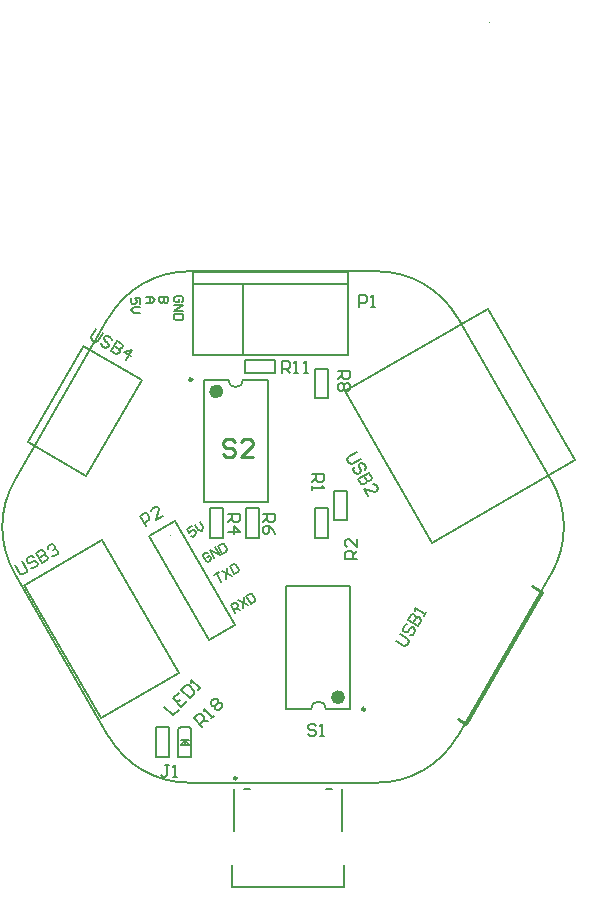
<source format=gto>
%FSLAX25Y25*%
%MOIN*%
G70*
G01*
G75*
%ADD10R,0.05906X0.05906*%
%ADD11R,0.03347X0.02756*%
G04:AMPARAMS|DCode=12|XSize=62.99mil|YSize=17.72mil|CornerRadius=0mil|HoleSize=0mil|Usage=FLASHONLY|Rotation=210.000|XOffset=0mil|YOffset=0mil|HoleType=Round|Shape=Rectangle|*
%AMROTATEDRECTD12*
4,1,4,0.02285,0.02342,0.03171,0.00808,-0.02285,-0.02342,-0.03171,-0.00808,0.02285,0.02342,0.0*
%
%ADD12ROTATEDRECTD12*%

G04:AMPARAMS|DCode=13|XSize=86.61mil|YSize=47.24mil|CornerRadius=0mil|HoleSize=0mil|Usage=FLASHONLY|Rotation=300.000|XOffset=0mil|YOffset=0mil|HoleType=Round|Shape=Rectangle|*
%AMROTATEDRECTD13*
4,1,4,-0.04211,0.02569,-0.00120,0.04932,0.04211,-0.02569,0.00120,-0.04932,-0.04211,0.02569,0.0*
%
%ADD13ROTATEDRECTD13*%

G04:AMPARAMS|DCode=14|XSize=157.48mil|YSize=78.74mil|CornerRadius=0mil|HoleSize=0mil|Usage=FLASHONLY|Rotation=30.000|XOffset=0mil|YOffset=0mil|HoleType=Round|Shape=Rectangle|*
%AMROTATEDRECTD14*
4,1,4,-0.04851,-0.07347,-0.08788,-0.00528,0.04851,0.07347,0.08788,0.00528,-0.04851,-0.07347,0.0*
%
%ADD14ROTATEDRECTD14*%

%ADD15R,0.02756X0.03347*%
G04:AMPARAMS|DCode=16|XSize=102.36mil|YSize=17.72mil|CornerRadius=0mil|HoleSize=0mil|Usage=FLASHONLY|Rotation=330.000|XOffset=0mil|YOffset=0mil|HoleType=Round|Shape=Rectangle|*
%AMROTATEDRECTD16*
4,1,4,-0.04875,0.01792,-0.03990,0.03326,0.04875,-0.01792,0.03990,-0.03326,-0.04875,0.01792,0.0*
%
%ADD16ROTATEDRECTD16*%

%ADD17R,0.00984X0.07087*%
%ADD18R,0.00984X0.07087*%
%ADD19R,0.01772X0.07087*%
%ADD20C,0.03000*%
%ADD21C,0.02000*%
%ADD22C,0.01000*%
%ADD23C,0.00800*%
%ADD24C,0.00600*%
%ADD25C,0.00250*%
%ADD26C,0.00500*%
%ADD27O,0.07874X0.11811*%
%ADD28R,0.07874X0.11811*%
%ADD29C,0.02953*%
%ADD30P,0.08352X4X165.0*%
%ADD31C,0.05906*%
G04:AMPARAMS|DCode=32|XSize=157.48mil|YSize=78.74mil|CornerRadius=0mil|HoleSize=0mil|Usage=FLASHONLY|Rotation=210.000|XOffset=0mil|YOffset=0mil|HoleType=Round|Shape=Round|*
%AMOVALD32*
21,1,0.07874,0.07874,0.00000,0.00000,210.0*
1,1,0.07874,0.03410,0.01969*
1,1,0.07874,-0.03410,-0.01969*
%
%ADD32OVALD32*%

%ADD33C,0.04331*%
G04:AMPARAMS|DCode=34|XSize=150mil|YSize=60mil|CornerRadius=0mil|HoleSize=0mil|Usage=FLASHONLY|Rotation=150.000|XOffset=0mil|YOffset=0mil|HoleType=Round|Shape=Round|*
%AMOVALD34*
21,1,0.09000,0.06000,0.00000,0.00000,150.0*
1,1,0.06000,0.03897,-0.02250*
1,1,0.06000,-0.03897,0.02250*
%
%ADD34OVALD34*%

G04:AMPARAMS|DCode=35|XSize=86.61mil|YSize=62.99mil|CornerRadius=0mil|HoleSize=0mil|Usage=FLASHONLY|Rotation=150.000|XOffset=0mil|YOffset=0mil|HoleType=Round|Shape=Round|*
%AMOVALD35*
21,1,0.02362,0.06299,0.00000,0.00000,150.0*
1,1,0.06299,0.01023,-0.00591*
1,1,0.06299,-0.01023,0.00591*
%
%ADD35OVALD35*%

%ADD36C,0.03543*%
G04:AMPARAMS|DCode=37|XSize=74.8mil|YSize=39.37mil|CornerRadius=0mil|HoleSize=0mil|Usage=FLASHONLY|Rotation=330.000|XOffset=0mil|YOffset=0mil|HoleType=Round|Shape=Round|*
%AMOVALD37*
21,1,0.03543,0.03937,0.00000,0.00000,330.0*
1,1,0.03937,-0.01534,0.00886*
1,1,0.03937,0.01534,-0.00886*
%
%ADD37OVALD37*%

%ADD38C,0.02000*%
%ADD39C,0.03000*%
%ADD40C,0.00100*%
%ADD41P,0.03341X4X345.0*%
%ADD42P,0.03341X4X195.0*%
%ADD43P,0.03341X4X270.0*%
G04:AMPARAMS|DCode=44|XSize=27.56mil|YSize=33.47mil|CornerRadius=0mil|HoleSize=0mil|Usage=FLASHONLY|Rotation=45.000|XOffset=0mil|YOffset=0mil|HoleType=Round|Shape=Rectangle|*
%AMROTATEDRECTD44*
4,1,4,0.00209,-0.02158,-0.02158,0.00209,-0.00209,0.02158,0.02158,-0.00209,0.00209,-0.02158,0.0*
%
%ADD44ROTATEDRECTD44*%

G04:AMPARAMS|DCode=45|XSize=27.56mil|YSize=33.47mil|CornerRadius=0mil|HoleSize=0mil|Usage=FLASHONLY|Rotation=315.000|XOffset=0mil|YOffset=0mil|HoleType=Round|Shape=Rectangle|*
%AMROTATEDRECTD45*
4,1,4,-0.02158,-0.00209,0.00209,0.02158,0.02158,0.00209,-0.00209,-0.02158,-0.02158,-0.00209,0.0*
%
%ADD45ROTATEDRECTD45*%

%ADD46R,0.02362X0.03937*%
%ADD47R,0.03937X0.02362*%
%ADD48R,0.07087X0.03937*%
%ADD49R,0.07874X0.07874*%
%ADD50O,0.02500X0.05500*%
%ADD51R,0.02500X0.05500*%
%ADD52R,0.01200X0.03400*%
%ADD53R,0.03400X0.01200*%
%ADD54R,0.10236X0.10236*%
G04:AMPARAMS|DCode=55|XSize=31.5mil|YSize=31.5mil|CornerRadius=3.15mil|HoleSize=0mil|Usage=FLASHONLY|Rotation=180.000|XOffset=0mil|YOffset=0mil|HoleType=Round|Shape=RoundedRectangle|*
%AMROUNDEDRECTD55*
21,1,0.03150,0.02520,0,0,180.0*
21,1,0.02520,0.03150,0,0,180.0*
1,1,0.00630,-0.01260,0.01260*
1,1,0.00630,0.01260,0.01260*
1,1,0.00630,0.01260,-0.01260*
1,1,0.00630,-0.01260,-0.01260*
%
%ADD55ROUNDEDRECTD55*%
G04:AMPARAMS|DCode=56|XSize=20mil|YSize=50mil|CornerRadius=0mil|HoleSize=0mil|Usage=FLASHONLY|Rotation=315.000|XOffset=0mil|YOffset=0mil|HoleType=Round|Shape=Rectangle|*
%AMROTATEDRECTD56*
4,1,4,-0.02475,-0.01061,0.01061,0.02475,0.02475,0.01061,-0.01061,-0.02475,-0.02475,-0.01061,0.0*
%
%ADD56ROTATEDRECTD56*%

%ADD57R,0.01772X0.07087*%
%ADD58C,0.04000*%
%ADD59C,0.01500*%
%ADD60C,0.00787*%
%ADD61C,0.00984*%
%ADD62C,0.02362*%
D22*
X443800Y209000D02*
G03*
X443800Y209000I-400J0D01*
G01*
X517581Y228568D02*
X520196Y227059D01*
X545590Y271042D01*
X542293Y272945D02*
X545590Y271042D01*
X443399Y321198D02*
X442399Y322198D01*
X440400D01*
X439400Y321198D01*
Y320199D01*
X440400Y319199D01*
X442399D01*
X443399Y318199D01*
Y317200D01*
X442399Y316200D01*
X440400D01*
X439400Y317200D01*
X449397Y316200D02*
X445398D01*
X449397Y320199D01*
Y321198D01*
X448397Y322198D01*
X446398D01*
X445398Y321198D01*
D24*
X442400Y172585D02*
X479500D01*
Y180191D01*
X478900Y205485D02*
X479000D01*
X442800Y191275D02*
Y205485D01*
X446297D02*
X448190D01*
X442800D02*
X442900D01*
X473610D02*
X475503D01*
X442400Y172585D02*
Y180191D01*
X479000Y191275D02*
Y205485D01*
D25*
X421800Y289922D02*
G03*
X421800Y289922I-125J0D01*
G01*
X386019Y250119D02*
G03*
X386019Y250119I-125J0D01*
G01*
X459838Y207500D02*
G03*
X459838Y207500I-125J0D01*
G01*
X533657Y250119D02*
G03*
X533657Y250119I-125J0D01*
G01*
Y335358D02*
G03*
X533657Y335358I-125J0D01*
G01*
X459838Y377977D02*
G03*
X459838Y377977I-125J0D01*
G01*
X527987Y460898D02*
G03*
X527987Y460898I-125J0D01*
G01*
X459425Y377977D02*
G03*
X459425Y377977I-125J0D01*
G01*
X533244Y335358D02*
G03*
X533244Y335358I-125J0D01*
G01*
Y250119D02*
G03*
X533244Y250119I-125J0D01*
G01*
X459425Y207500D02*
G03*
X459425Y207500I-125J0D01*
G01*
X385606Y250119D02*
G03*
X385606Y250119I-125J0D01*
G01*
Y335358D02*
G03*
X385606Y335358I-125J0D01*
G01*
D26*
X424335Y216187D02*
X428665D01*
Y225242D01*
X425122Y226029D02*
X427878D01*
X424335Y216187D02*
Y225242D01*
X427878Y226029D02*
X428665Y225242D01*
X425122Y221600D02*
X427878D01*
X425122Y220222D02*
X427878D01*
X425122D02*
X426500Y221600D01*
X427878Y220222D01*
X426500D02*
Y221600D01*
X424335Y225242D02*
X425122Y226029D01*
X417035Y216126D02*
X421365D01*
X417035Y225969D02*
X421365D01*
X417035Y216126D02*
Y225969D01*
X421365Y216126D02*
Y225969D01*
X429289Y373680D02*
X480800D01*
X429289Y377617D02*
X480800Y377617D01*
X429289Y350058D02*
X480800Y350058D01*
X480800Y377617D01*
X429289Y350058D02*
X429289Y377617D01*
X446100Y373680D02*
X446100Y350058D01*
X451365Y289126D02*
Y298969D01*
X447035Y289126D02*
Y298969D01*
X451365D01*
X447035Y289126D02*
X451365D01*
X435035Y289131D02*
Y298974D01*
X439365Y289131D02*
Y298974D01*
X435035Y289131D02*
X439365D01*
X435035Y298974D02*
X439365D01*
X476435Y295031D02*
Y304874D01*
X480765Y295031D02*
Y304874D01*
X476435Y295031D02*
X480765D01*
X476435Y304874D02*
X480765D01*
X474165Y289126D02*
Y298969D01*
X469835Y289126D02*
Y298969D01*
X474165D01*
X469835Y289126D02*
X474165D01*
X373206Y273483D02*
X399100Y288433D01*
X424700Y244092D01*
X398633Y229042D02*
X424700Y244092D01*
X373033Y273383D02*
X398633Y229042D01*
X508965Y287463D02*
X556698Y315022D01*
X527564Y365484D02*
X556698Y315022D01*
X479831Y337925D02*
X527564Y365484D01*
X479831Y337925D02*
X508965Y287463D01*
X446726Y343935D02*
X456568D01*
X446726Y348265D02*
X456568D01*
Y343935D02*
Y348265D01*
X446726Y343935D02*
Y348265D01*
X474365Y335626D02*
Y345468D01*
X470035Y335626D02*
Y345468D01*
X474365D01*
X470035Y335626D02*
X474365D01*
X392634Y352914D02*
X412206Y341614D01*
X393756Y309658D02*
X412206Y341614D01*
X374184Y320958D02*
X393756Y309658D01*
X374184Y320958D02*
X392584Y352827D01*
X432400Y226100D02*
X429572Y228927D01*
X430986Y230341D01*
X431929D01*
X432871Y229399D01*
Y228456D01*
X431458Y227043D01*
X432400Y227985D02*
X434285D01*
X435227Y228927D02*
X436170Y229870D01*
X435699Y229399D01*
X432871Y232226D01*
Y231284D01*
X435227Y233640D02*
Y234582D01*
X436170Y235525D01*
X437113D01*
X437584Y235054D01*
Y234111D01*
X438526D01*
X438998Y233640D01*
Y232698D01*
X438055Y231755D01*
X437113D01*
X436641Y232226D01*
Y233169D01*
X435699D01*
X435227Y233640D01*
X436641Y233169D02*
X437584Y234111D01*
X419772Y232827D02*
X422600Y230000D01*
X424485Y231885D01*
Y237540D02*
X422600Y235655D01*
X425427Y232827D01*
X427313Y234713D01*
X424014Y234241D02*
X424956Y235184D01*
X425427Y238482D02*
X428255Y235655D01*
X429669Y237069D01*
Y238011D01*
X427784Y239896D01*
X426841D01*
X425427Y238482D01*
X431082D02*
X432025Y239425D01*
X431554Y238954D01*
X428726Y241781D01*
Y240839D01*
X421366Y213299D02*
X420033D01*
X420699D01*
Y209966D01*
X420033Y209300D01*
X419366D01*
X418700Y209966D01*
X422699Y209300D02*
X424032D01*
X423365D01*
Y213299D01*
X422699Y212632D01*
X484600Y366200D02*
Y370199D01*
X486599D01*
X487266Y369532D01*
Y368199D01*
X486599Y367533D01*
X484600D01*
X488599Y366200D02*
X489932D01*
X489265D01*
Y370199D01*
X488599Y369532D01*
X413458Y293037D02*
X411458Y296500D01*
X413190Y297500D01*
X414100Y297256D01*
X414767Y296101D01*
X414523Y295191D01*
X412791Y294191D01*
X419229Y296369D02*
X416921Y295036D01*
X417897Y298678D01*
X417563Y299255D01*
X416653Y299499D01*
X415499Y298833D01*
X415255Y297922D01*
X452700Y297000D02*
X456699D01*
Y295001D01*
X456032Y294334D01*
X454699D01*
X454033Y295001D01*
Y297000D01*
Y295667D02*
X452700Y294334D01*
X456699Y290335D02*
X456032Y291668D01*
X454699Y293001D01*
X453366D01*
X452700Y292335D01*
Y291002D01*
X453366Y290335D01*
X454033D01*
X454699Y291002D01*
Y293001D01*
X440895Y297006D02*
X444893D01*
Y295006D01*
X444227Y294340D01*
X442894D01*
X442227Y295006D01*
Y297006D01*
Y295673D02*
X440895Y294340D01*
Y291007D02*
X444893D01*
X442894Y293007D01*
Y290341D01*
X469100Y310500D02*
X473099D01*
Y308501D01*
X472432Y307834D01*
X471099D01*
X470433Y308501D01*
Y310500D01*
Y309167D02*
X469100Y307834D01*
Y306501D02*
Y305168D01*
Y305835D01*
X473099D01*
X472432Y306501D01*
X483800Y282000D02*
X479801D01*
Y283999D01*
X480468Y284666D01*
X481801D01*
X482467Y283999D01*
Y282000D01*
Y283333D02*
X483800Y284666D01*
Y288665D02*
Y285999D01*
X481134Y288665D01*
X480468D01*
X479801Y287998D01*
Y286665D01*
X480468Y285999D01*
X470266Y226232D02*
X469599Y226899D01*
X468266D01*
X467600Y226232D01*
Y225566D01*
X468266Y224899D01*
X469599D01*
X470266Y224233D01*
Y223566D01*
X469599Y222900D01*
X468266D01*
X467600Y223566D01*
X471599Y222900D02*
X472932D01*
X472265D01*
Y226899D01*
X471599Y226232D01*
X496837Y254799D02*
X499723Y253133D01*
X500633Y253377D01*
X501300Y254532D01*
X501056Y255442D01*
X498170Y257108D01*
X500746Y260238D02*
X499836Y259994D01*
X499170Y258840D01*
X499413Y257929D01*
X499991Y257596D01*
X500901Y257840D01*
X501568Y258994D01*
X502478Y259238D01*
X503055Y258905D01*
X503299Y257995D01*
X502633Y256840D01*
X501722Y256596D01*
X500836Y261725D02*
X504299Y259726D01*
X505298Y261457D01*
X505054Y262368D01*
X504477Y262701D01*
X503567Y262457D01*
X502567Y260726D01*
X503567Y262457D01*
X503323Y263368D01*
X502746Y263701D01*
X501835Y263457D01*
X500836Y261725D01*
X506298Y263189D02*
X506964Y264343D01*
X506631Y263766D01*
X503168Y265766D01*
X503412Y264855D01*
X370058Y280035D02*
X371724Y277149D01*
X372635Y276905D01*
X373789Y277572D01*
X374033Y278482D01*
X372367Y281368D01*
X376163Y282790D02*
X375253Y283034D01*
X374098Y282368D01*
X373854Y281457D01*
X374188Y280880D01*
X375098Y280636D01*
X376252Y281303D01*
X377163Y281059D01*
X377496Y280482D01*
X377252Y279571D01*
X376098Y278905D01*
X375187Y279149D01*
X376984Y284034D02*
X378983Y280571D01*
X380715Y281571D01*
X380959Y282481D01*
X380626Y283058D01*
X379715Y283302D01*
X377984Y282302D01*
X379715Y283302D01*
X379959Y284212D01*
X379626Y284790D01*
X378716Y285034D01*
X376984Y284034D01*
X380780Y285456D02*
X381024Y286367D01*
X382179Y287033D01*
X383089Y286789D01*
X383422Y286212D01*
X383178Y285301D01*
X382601Y284968D01*
X383178Y285301D01*
X384089Y285057D01*
X384422Y284480D01*
X384178Y283570D01*
X383024Y282904D01*
X382113Y283148D01*
X483863Y317799D02*
X480977Y316133D01*
X480733Y315223D01*
X481400Y314069D01*
X482310Y313825D01*
X485196Y315491D01*
X486618Y311695D02*
X486862Y312605D01*
X486196Y313759D01*
X485285Y314003D01*
X484708Y313670D01*
X484464Y312759D01*
X485131Y311605D01*
X484887Y310695D01*
X484309Y310362D01*
X483399Y310606D01*
X482733Y311760D01*
X482976Y312670D01*
X487862Y310873D02*
X484399Y308874D01*
X485398Y307142D01*
X486309Y306899D01*
X486886Y307232D01*
X487130Y308142D01*
X486130Y309874D01*
X487130Y308142D01*
X488040Y307898D01*
X488617Y308231D01*
X488861Y309142D01*
X487862Y310873D01*
X487731Y303102D02*
X486398Y305411D01*
X490040Y304435D01*
X490617Y304768D01*
X490861Y305679D01*
X490194Y306833D01*
X489284Y307077D01*
X396908Y358817D02*
X395241Y355931D01*
X395485Y355020D01*
X396640Y354354D01*
X397550Y354598D01*
X399216Y357484D01*
X402346Y354907D02*
X402102Y355818D01*
X400948Y356484D01*
X400037Y356240D01*
X399704Y355663D01*
X399948Y354752D01*
X401102Y354086D01*
X401346Y353176D01*
X401013Y352599D01*
X400103Y352355D01*
X398949Y353021D01*
X398705Y353931D01*
X403834Y354818D02*
X401834Y351355D01*
X403566Y350355D01*
X404476Y350599D01*
X404809Y351176D01*
X404565Y352087D01*
X402834Y353086D01*
X404565Y352087D01*
X405476Y352331D01*
X405809Y352908D01*
X405565Y353818D01*
X403834Y354818D01*
X407029Y348356D02*
X409028Y351819D01*
X406297Y351087D01*
X408606Y349754D01*
X477650Y344750D02*
X481649D01*
Y342751D01*
X480982Y342084D01*
X479649D01*
X478983Y342751D01*
Y344750D01*
Y343417D02*
X477650Y342084D01*
X480982Y340751D02*
X481649Y340085D01*
Y338752D01*
X480982Y338086D01*
X480316D01*
X479649Y338752D01*
X478983Y338086D01*
X478316D01*
X477650Y338752D01*
Y340085D01*
X478316Y340751D01*
X478983D01*
X479649Y340085D01*
X480316Y340751D01*
X480982D01*
X479649Y340085D02*
Y338752D01*
X458900Y344200D02*
Y348199D01*
X460899D01*
X461566Y347532D01*
Y346199D01*
X460899Y345533D01*
X458900D01*
X460233D02*
X461566Y344200D01*
X462899D02*
X464232D01*
X463565D01*
Y348199D01*
X462899Y347532D01*
X466231Y344200D02*
X467564D01*
X466897D01*
Y348199D01*
X466231Y347532D01*
X443300Y264200D02*
X441800Y266797D01*
X443099Y267547D01*
X443782Y267364D01*
X444282Y266498D01*
X444099Y265815D01*
X442800Y265066D01*
X443666Y265566D02*
X445031Y265200D01*
X444398Y268297D02*
X447629Y266699D01*
X446129Y269296D02*
X445897Y265700D01*
X446995Y269796D02*
X448494Y267199D01*
X449793Y267949D01*
X449976Y268632D01*
X448976Y270363D01*
X448294Y270546D01*
X446995Y269796D01*
X436301Y276597D02*
X438032Y277597D01*
X437166Y277097D01*
X438666Y274500D01*
X438898Y278097D02*
X442129Y276499D01*
X440629Y279096D02*
X440397Y275500D01*
X441495Y279596D02*
X442994Y276999D01*
X444293Y277749D01*
X444476Y278432D01*
X443476Y280163D01*
X442794Y280346D01*
X441495Y279596D01*
X434282Y283964D02*
X433599Y284147D01*
X432733Y283647D01*
X432550Y282964D01*
X433550Y281233D01*
X434233Y281050D01*
X435099Y281550D01*
X435282Y282232D01*
X434782Y283098D01*
X433916Y282598D01*
X436397Y282299D02*
X434898Y284897D01*
X438129Y283299D01*
X436629Y285896D01*
X437495Y286396D02*
X438995Y283799D01*
X440293Y284549D01*
X440476Y285232D01*
X439476Y286963D01*
X438794Y287146D01*
X437495Y286396D01*
X425599Y367601D02*
X426099Y368101D01*
Y369100D01*
X425599Y369600D01*
X423600D01*
X423100Y369100D01*
Y368101D01*
X423600Y367601D01*
X424600D01*
Y368600D01*
X423100Y366601D02*
X426099D01*
X423100Y364602D01*
X426099D01*
Y363602D02*
X423100D01*
Y362102D01*
X423600Y361603D01*
X425599D01*
X426099Y362102D01*
Y363602D01*
X420999Y369400D02*
X418000D01*
Y367900D01*
X418500Y367401D01*
X419000D01*
X419499Y367900D01*
Y369400D01*
Y367900D01*
X419999Y367401D01*
X420499D01*
X420999Y367900D01*
Y369400D01*
X413500D02*
X415499D01*
X416499Y368400D01*
X415499Y367401D01*
X413500D01*
X414999D01*
Y369400D01*
X411499Y367101D02*
Y369100D01*
X410000D01*
X410499Y368100D01*
Y367600D01*
X410000Y367101D01*
X409000D01*
X408500Y367600D01*
Y368600D01*
X409000Y369100D01*
X411499Y366101D02*
X409500D01*
X408500Y365101D01*
X409500Y364102D01*
X411499D01*
X429032Y292897D02*
X427301Y291897D01*
X428050Y290599D01*
X428666Y291531D01*
X429099Y291781D01*
X429782Y291598D01*
X430282Y290733D01*
X430099Y290050D01*
X429233Y289550D01*
X428550Y289733D01*
X429898Y293397D02*
X430897Y291665D01*
X432263Y291299D01*
X432629Y292665D01*
X431629Y294396D01*
X517519Y362378D02*
G03*
X490499Y377977I-27020J-15600D01*
G01*
X548718Y277139D02*
G03*
X548718Y308338I-27020J15600D01*
G01*
X490499Y207500D02*
G03*
X517519Y223100I0J31200D01*
G01*
X401080Y223100D02*
G03*
X428100Y207500I27020J15600D01*
G01*
X369881Y308338D02*
G03*
X369881Y277139I27020J-15600D01*
G01*
X428100Y377977D02*
G03*
X401080Y362378I0J-31200D01*
G01*
X428100Y377977D02*
X490499D01*
X517519Y362378D02*
X548718Y308338D01*
X517519Y223100D02*
X548718Y277139D01*
X428100Y207500D02*
X490499D01*
X369881Y277139D02*
X401080Y223100D01*
X369881Y308338D02*
X401080Y362378D01*
D60*
X441000Y341839D02*
G03*
X446000Y341839I2500J0D01*
G01*
X473600Y232061D02*
G03*
X468600Y232061I-2500J0D01*
G01*
X433067Y301000D02*
Y341839D01*
X454300Y301000D02*
Y341839D01*
X433067D02*
X441000D01*
X446000D02*
X454300D01*
X433067Y301000D02*
X454300D01*
X460300Y272900D02*
X481533D01*
X460300Y232061D02*
X468600D01*
X473600D02*
X481533D01*
X460300D02*
Y272900D01*
X481533Y232061D02*
Y272900D01*
X414570Y289811D02*
X423230Y294811D01*
X443230Y260170D01*
X414570Y289811D02*
X434570Y255170D01*
X443230Y260170D01*
D61*
X428992Y341918D02*
G03*
X428992Y341918I-492J0D01*
G01*
X486592Y231982D02*
G03*
X486592Y231982I-492J0D01*
G01*
D62*
X438185Y337902D02*
G03*
X438185Y337902I-1181J0D01*
G01*
X478777Y235998D02*
G03*
X478777Y235998I-1181J0D01*
G01*
M02*

</source>
